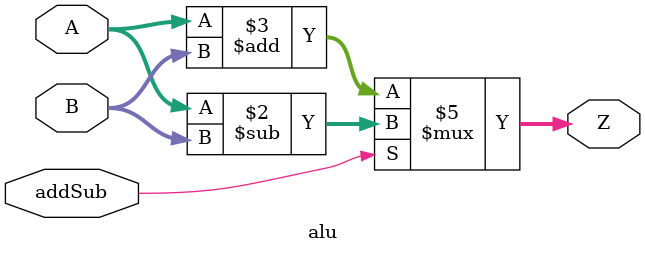
<source format=v>
module alu(input [15:0] A, input [15:0] B, input addSub, output reg [15:0] Z);
always @(*) begin
    if (addSub) begin
        Z = A - B;
    end else begin
        Z = A + B;
    end
end
endmodule
</source>
